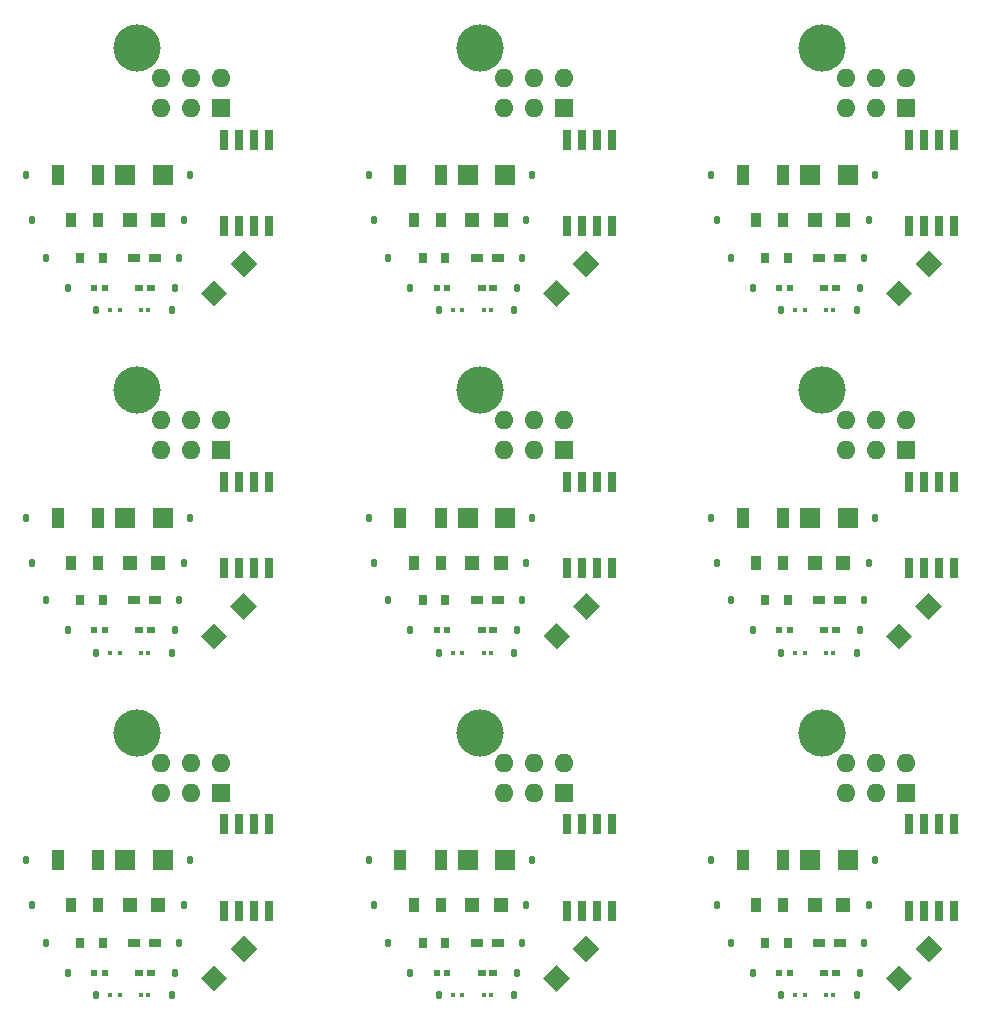
<source format=gts>
%MOIN*%
%OFA0B0*%
%FSLAX46Y46*%
%IPPOS*%
%LPD*%
%ADD10C,0.0039370078740157488*%
%ADD11C,0.15748031496062992*%
%ADD12R,0.015748031496062995X0.015748031496062995*%
%ADD13R,0.027559055118110236X0.023622047244094488*%
%ADD14O,0.062992125984251982X0.062992125984251982*%
%ADD15R,0.062992125984251982X0.062992125984251982*%
%ADD16R,0.066929133858267723X0.0709*%
%ADD17R,0.051181102362204731X0.0472*%
%ADD18R,0.03937007874015748X0.031400000000000004*%
%ADD19R,0.025590551181102365X0.066929133858267723*%
%ADD20O,0.02X0.030000000000000002*%
%ADD21R,0.043307086614173235X0.066929133858267723*%
%ADD22R,0.035433070866141732X0.051181102362204731*%
%ADD23R,0.027559055118110236X0.035433070866141732*%
%ADD24R,0.023622047244094488X0.023622047244094488*%
%ADD25R,0.017716535433070866X0.016929133858267716*%
%ADD36C,0.0039370078740157488*%
%ADD37C,0.15748031496062992*%
%ADD38R,0.015748031496062995X0.015748031496062995*%
%ADD39R,0.027559055118110236X0.023622047244094488*%
%ADD40O,0.062992125984251982X0.062992125984251982*%
%ADD41R,0.062992125984251982X0.062992125984251982*%
%ADD42R,0.066929133858267723X0.0709*%
%ADD43R,0.051181102362204731X0.0472*%
%ADD44R,0.03937007874015748X0.031400000000000004*%
%ADD45R,0.025590551181102365X0.066929133858267723*%
%ADD46O,0.02X0.030000000000000002*%
%ADD47R,0.043307086614173235X0.066929133858267723*%
%ADD48R,0.035433070866141732X0.051181102362204731*%
%ADD49R,0.027559055118110236X0.035433070866141732*%
%ADD50R,0.023622047244094488X0.023622047244094488*%
%ADD51R,0.017716535433070866X0.016929133858267716*%
%ADD52C,0.0039370078740157488*%
%ADD53C,0.15748031496062992*%
%ADD54R,0.015748031496062995X0.015748031496062995*%
%ADD55R,0.027559055118110236X0.023622047244094488*%
%ADD56O,0.062992125984251982X0.062992125984251982*%
%ADD57R,0.062992125984251982X0.062992125984251982*%
%ADD58R,0.066929133858267723X0.0709*%
%ADD59R,0.051181102362204731X0.0472*%
%ADD60R,0.03937007874015748X0.031400000000000004*%
%ADD61R,0.025590551181102365X0.066929133858267723*%
%ADD62O,0.02X0.030000000000000002*%
%ADD63R,0.043307086614173235X0.066929133858267723*%
%ADD64R,0.035433070866141732X0.051181102362204731*%
%ADD65R,0.027559055118110236X0.035433070866141732*%
%ADD66R,0.023622047244094488X0.023622047244094488*%
%ADD67R,0.017716535433070866X0.016929133858267716*%
%ADD68C,0.0039370078740157488*%
%ADD69C,0.15748031496062992*%
%ADD70R,0.015748031496062995X0.015748031496062995*%
%ADD71R,0.027559055118110236X0.023622047244094488*%
%ADD72O,0.062992125984251982X0.062992125984251982*%
%ADD73R,0.062992125984251982X0.062992125984251982*%
%ADD74R,0.066929133858267723X0.0709*%
%ADD75R,0.051181102362204731X0.0472*%
%ADD76R,0.03937007874015748X0.031400000000000004*%
%ADD77R,0.025590551181102365X0.066929133858267723*%
%ADD78O,0.02X0.030000000000000002*%
%ADD79R,0.043307086614173235X0.066929133858267723*%
%ADD80R,0.035433070866141732X0.051181102362204731*%
%ADD81R,0.027559055118110236X0.035433070866141732*%
%ADD82R,0.023622047244094488X0.023622047244094488*%
%ADD83R,0.017716535433070866X0.016929133858267716*%
%ADD84C,0.0039370078740157488*%
%ADD85C,0.15748031496062992*%
%ADD86R,0.015748031496062995X0.015748031496062995*%
%ADD87R,0.027559055118110236X0.023622047244094488*%
%ADD88O,0.062992125984251982X0.062992125984251982*%
%ADD89R,0.062992125984251982X0.062992125984251982*%
%ADD90R,0.066929133858267723X0.0709*%
%ADD91R,0.051181102362204731X0.0472*%
%ADD92R,0.03937007874015748X0.031400000000000004*%
%ADD93R,0.025590551181102365X0.066929133858267723*%
%ADD94O,0.02X0.030000000000000002*%
%ADD95R,0.043307086614173235X0.066929133858267723*%
%ADD96R,0.035433070866141732X0.051181102362204731*%
%ADD97R,0.027559055118110236X0.035433070866141732*%
%ADD98R,0.023622047244094488X0.023622047244094488*%
%ADD99R,0.017716535433070866X0.016929133858267716*%
%ADD100C,0.0039370078740157488*%
%ADD101C,0.15748031496062992*%
%ADD102R,0.015748031496062995X0.015748031496062995*%
%ADD103R,0.027559055118110236X0.023622047244094488*%
%ADD104O,0.062992125984251982X0.062992125984251982*%
%ADD105R,0.062992125984251982X0.062992125984251982*%
%ADD106R,0.066929133858267723X0.0709*%
%ADD107R,0.051181102362204731X0.0472*%
%ADD108R,0.03937007874015748X0.031400000000000004*%
%ADD109R,0.025590551181102365X0.066929133858267723*%
%ADD110O,0.02X0.030000000000000002*%
%ADD111R,0.043307086614173235X0.066929133858267723*%
%ADD112R,0.035433070866141732X0.051181102362204731*%
%ADD113R,0.027559055118110236X0.035433070866141732*%
%ADD114R,0.023622047244094488X0.023622047244094488*%
%ADD115R,0.017716535433070866X0.016929133858267716*%
%ADD116C,0.0039370078740157488*%
%ADD117C,0.15748031496062992*%
%ADD118R,0.015748031496062995X0.015748031496062995*%
%ADD119R,0.027559055118110236X0.023622047244094488*%
%ADD120O,0.062992125984251982X0.062992125984251982*%
%ADD121R,0.062992125984251982X0.062992125984251982*%
%ADD122R,0.066929133858267723X0.0709*%
%ADD123R,0.051181102362204731X0.0472*%
%ADD124R,0.03937007874015748X0.031400000000000004*%
%ADD125R,0.025590551181102365X0.066929133858267723*%
%ADD126O,0.02X0.030000000000000002*%
%ADD127R,0.043307086614173235X0.066929133858267723*%
%ADD128R,0.035433070866141732X0.051181102362204731*%
%ADD129R,0.027559055118110236X0.035433070866141732*%
%ADD130R,0.023622047244094488X0.023622047244094488*%
%ADD131R,0.017716535433070866X0.016929133858267716*%
%ADD132C,0.0039370078740157488*%
%ADD133C,0.15748031496062992*%
%ADD134R,0.015748031496062995X0.015748031496062995*%
%ADD135R,0.027559055118110236X0.023622047244094488*%
%ADD136O,0.062992125984251982X0.062992125984251982*%
%ADD137R,0.062992125984251982X0.062992125984251982*%
%ADD138R,0.066929133858267723X0.0709*%
%ADD139R,0.051181102362204731X0.0472*%
%ADD140R,0.03937007874015748X0.031400000000000004*%
%ADD141R,0.025590551181102365X0.066929133858267723*%
%ADD142O,0.02X0.030000000000000002*%
%ADD143R,0.043307086614173235X0.066929133858267723*%
%ADD144R,0.035433070866141732X0.051181102362204731*%
%ADD145R,0.027559055118110236X0.035433070866141732*%
%ADD146R,0.023622047244094488X0.023622047244094488*%
%ADD147R,0.017716535433070866X0.016929133858267716*%
%ADD148C,0.0039370078740157488*%
%ADD149C,0.15748031496062992*%
%ADD150R,0.015748031496062995X0.015748031496062995*%
%ADD151R,0.027559055118110236X0.023622047244094488*%
%ADD152O,0.062992125984251982X0.062992125984251982*%
%ADD153R,0.062992125984251982X0.062992125984251982*%
%ADD154R,0.066929133858267723X0.0709*%
%ADD155R,0.051181102362204731X0.0472*%
%ADD156R,0.03937007874015748X0.031400000000000004*%
%ADD157R,0.025590551181102365X0.066929133858267723*%
%ADD158O,0.02X0.030000000000000002*%
%ADD159R,0.043307086614173235X0.066929133858267723*%
%ADD160R,0.035433070866141732X0.051181102362204731*%
%ADD161R,0.027559055118110236X0.035433070866141732*%
%ADD162R,0.023622047244094488X0.023622047244094488*%
%ADD163R,0.017716535433070866X0.016929133858267716*%
G01G01*
D10*
D11*
X-0007643492Y0004156443D02*
X0000531507Y0000956443D03*
D12*
X0000544696Y0000081443D03*
X0000568318Y0000081443D03*
D13*
X0000536822Y0000156443D03*
X0000576192Y0000156443D03*
D10*
G36*
X0000886004Y0000280482D02*
X0000930546Y0000235940D01*
X0000886004Y0000191398D01*
X0000841462Y0000235940D01*
X0000886004Y0000280482D01*
X0000886004Y0000280482D01*
G37*
G36*
X0000787009Y0000181487D02*
X0000831551Y0000136945D01*
X0000787009Y0000092403D01*
X0000742467Y0000136945D01*
X0000787009Y0000181487D01*
X0000787009Y0000181487D01*
G37*
D14*
X0000811507Y0000856443D03*
D15*
X0000811507Y0000756443D03*
D14*
X0000711507Y0000856443D03*
X0000711507Y0000756443D03*
X0000611507Y0000856443D03*
X0000611507Y0000756443D03*
D16*
X0000616507Y0000531443D03*
X0000491507Y0000531443D03*
D17*
X0000601507Y0000381443D03*
X0000506507Y0000381443D03*
D18*
X0000591507Y0000256443D03*
X0000521507Y0000256443D03*
D19*
X0000821507Y0000362742D03*
X0000871507Y0000362742D03*
X0000921507Y0000362742D03*
X0000971507Y0000362742D03*
X0000971507Y0000650143D03*
X0000921507Y0000650143D03*
X0000871507Y0000650143D03*
X0000821507Y0000650143D03*
D20*
X0000706507Y0000531443D03*
X0000686507Y0000381443D03*
X0000671507Y0000256443D03*
X0000656507Y0000156443D03*
X0000646507Y0000081443D03*
X0000161507Y0000531443D03*
X0000179007Y0000381443D03*
X0000226507Y0000256443D03*
X0000299007Y0000156443D03*
X0000394007Y0000081443D03*
D21*
X0000401507Y0000531443D03*
X0000266507Y0000531443D03*
D22*
X0000401507Y0000381443D03*
X0000311507Y0000381443D03*
D23*
X0000416507Y0000256443D03*
X0000341507Y0000256443D03*
D24*
X0000422255Y0000156443D03*
X0000386822Y0000156443D03*
D25*
X0000472255Y0000081443D03*
X0000440759Y0000081443D03*
G04 next file*
G04 #@! TF.FileFunction,Soldermask,Top*
G04 Gerber Fmt 4.6, Leading zero omitted, Abs format (unit mm)*
G04 Created by KiCad (PCBNEW 4.0.7) date 06/29/18 14:26:30*
G01G01*
G04 APERTURE LIST*
G04 APERTURE END LIST*
D36*
D37*
X-0006501738Y0004156443D02*
X0001673261Y0000956443D03*
D38*
X0001686450Y0000081443D03*
X0001710072Y0000081443D03*
D39*
X0001678576Y0000156443D03*
X0001717946Y0000156443D03*
D36*
G36*
X0002027759Y0000280482D02*
X0002072301Y0000235940D01*
X0002027759Y0000191398D01*
X0001983217Y0000235940D01*
X0002027759Y0000280482D01*
X0002027759Y0000280482D01*
G37*
G36*
X0001928764Y0000181487D02*
X0001973306Y0000136945D01*
X0001928764Y0000092403D01*
X0001884222Y0000136945D01*
X0001928764Y0000181487D01*
X0001928764Y0000181487D01*
G37*
D40*
X0001953261Y0000856443D03*
D41*
X0001953261Y0000756443D03*
D40*
X0001853261Y0000856443D03*
X0001853261Y0000756443D03*
X0001753261Y0000856443D03*
X0001753261Y0000756443D03*
D42*
X0001758261Y0000531443D03*
X0001633261Y0000531443D03*
D43*
X0001743261Y0000381443D03*
X0001648261Y0000381443D03*
D44*
X0001733261Y0000256443D03*
X0001663261Y0000256443D03*
D45*
X0001963261Y0000362742D03*
X0002013261Y0000362742D03*
X0002063261Y0000362742D03*
X0002113261Y0000362742D03*
X0002113261Y0000650143D03*
X0002063261Y0000650143D03*
X0002013261Y0000650143D03*
X0001963261Y0000650143D03*
D46*
X0001848261Y0000531443D03*
X0001828261Y0000381443D03*
X0001813261Y0000256443D03*
X0001798261Y0000156443D03*
X0001788261Y0000081443D03*
X0001303261Y0000531443D03*
X0001320761Y0000381443D03*
X0001368261Y0000256443D03*
X0001440761Y0000156443D03*
X0001535761Y0000081443D03*
D47*
X0001543261Y0000531443D03*
X0001408261Y0000531443D03*
D48*
X0001543261Y0000381443D03*
X0001453261Y0000381443D03*
D49*
X0001558261Y0000256443D03*
X0001483261Y0000256443D03*
D50*
X0001564009Y0000156443D03*
X0001528576Y0000156443D03*
D51*
X0001614009Y0000081443D03*
X0001582513Y0000081443D03*
G04 next file*
G04 #@! TF.FileFunction,Soldermask,Top*
G04 Gerber Fmt 4.6, Leading zero omitted, Abs format (unit mm)*
G04 Created by KiCad (PCBNEW 4.0.7) date 06/29/18 14:26:30*
G01G01*
G04 APERTURE LIST*
G04 APERTURE END LIST*
D52*
D53*
X-0005359983Y0004156443D02*
X0002815016Y0000956443D03*
D54*
X0002828205Y0000081443D03*
X0002851827Y0000081443D03*
D55*
X0002820331Y0000156443D03*
X0002859701Y0000156443D03*
D52*
G36*
X0003169514Y0000280482D02*
X0003214056Y0000235940D01*
X0003169514Y0000191398D01*
X0003124972Y0000235940D01*
X0003169514Y0000280482D01*
X0003169514Y0000280482D01*
G37*
G36*
X0003070519Y0000181487D02*
X0003115061Y0000136945D01*
X0003070519Y0000092403D01*
X0003025977Y0000136945D01*
X0003070519Y0000181487D01*
X0003070519Y0000181487D01*
G37*
D56*
X0003095016Y0000856443D03*
D57*
X0003095016Y0000756443D03*
D56*
X0002995016Y0000856443D03*
X0002995016Y0000756443D03*
X0002895016Y0000856443D03*
X0002895016Y0000756443D03*
D58*
X0002900016Y0000531443D03*
X0002775016Y0000531443D03*
D59*
X0002885016Y0000381443D03*
X0002790016Y0000381443D03*
D60*
X0002875016Y0000256443D03*
X0002805016Y0000256443D03*
D61*
X0003105016Y0000362742D03*
X0003155016Y0000362742D03*
X0003205016Y0000362742D03*
X0003255016Y0000362742D03*
X0003255016Y0000650143D03*
X0003205016Y0000650143D03*
X0003155016Y0000650143D03*
X0003105016Y0000650143D03*
D62*
X0002990016Y0000531443D03*
X0002970016Y0000381443D03*
X0002955016Y0000256443D03*
X0002940016Y0000156443D03*
X0002930016Y0000081443D03*
X0002445016Y0000531443D03*
X0002462516Y0000381443D03*
X0002510016Y0000256443D03*
X0002582516Y0000156443D03*
X0002677516Y0000081443D03*
D63*
X0002685016Y0000531443D03*
X0002550016Y0000531443D03*
D64*
X0002685016Y0000381443D03*
X0002595016Y0000381443D03*
D65*
X0002700016Y0000256443D03*
X0002625016Y0000256443D03*
D66*
X0002705764Y0000156443D03*
X0002670331Y0000156443D03*
D67*
X0002755764Y0000081443D03*
X0002724268Y0000081443D03*
G04 next file*
G04 #@! TF.FileFunction,Soldermask,Top*
G04 Gerber Fmt 4.6, Leading zero omitted, Abs format (unit mm)*
G04 Created by KiCad (PCBNEW 4.0.7) date 06/29/18 14:26:30*
G01G01*
G04 APERTURE LIST*
G04 APERTURE END LIST*
D68*
D69*
X-0007643492Y0005298069D02*
X0000531507Y0002098069D03*
D70*
X0000544696Y0001223069D03*
X0000568318Y0001223069D03*
D71*
X0000536822Y0001298069D03*
X0000576192Y0001298069D03*
D68*
G36*
X0000886004Y0001422108D02*
X0000930546Y0001377566D01*
X0000886004Y0001333024D01*
X0000841462Y0001377566D01*
X0000886004Y0001422108D01*
X0000886004Y0001422108D01*
G37*
G36*
X0000787009Y0001323113D02*
X0000831551Y0001278571D01*
X0000787009Y0001234029D01*
X0000742467Y0001278571D01*
X0000787009Y0001323113D01*
X0000787009Y0001323113D01*
G37*
D72*
X0000811507Y0001998069D03*
D73*
X0000811507Y0001898069D03*
D72*
X0000711507Y0001998069D03*
X0000711507Y0001898069D03*
X0000611507Y0001998069D03*
X0000611507Y0001898069D03*
D74*
X0000616507Y0001673069D03*
X0000491507Y0001673069D03*
D75*
X0000601507Y0001523069D03*
X0000506507Y0001523069D03*
D76*
X0000591507Y0001398069D03*
X0000521507Y0001398069D03*
D77*
X0000821507Y0001504368D03*
X0000871507Y0001504368D03*
X0000921507Y0001504368D03*
X0000971507Y0001504368D03*
X0000971507Y0001791769D03*
X0000921507Y0001791769D03*
X0000871507Y0001791769D03*
X0000821507Y0001791769D03*
D78*
X0000706507Y0001673069D03*
X0000686507Y0001523069D03*
X0000671507Y0001398069D03*
X0000656507Y0001298069D03*
X0000646507Y0001223069D03*
X0000161507Y0001673069D03*
X0000179007Y0001523069D03*
X0000226507Y0001398069D03*
X0000299007Y0001298069D03*
X0000394007Y0001223069D03*
D79*
X0000401507Y0001673069D03*
X0000266507Y0001673069D03*
D80*
X0000401507Y0001523069D03*
X0000311507Y0001523069D03*
D81*
X0000416507Y0001398069D03*
X0000341507Y0001398069D03*
D82*
X0000422255Y0001298069D03*
X0000386822Y0001298069D03*
D83*
X0000472255Y0001223069D03*
X0000440759Y0001223069D03*
G04 next file*
G04 #@! TF.FileFunction,Soldermask,Top*
G04 Gerber Fmt 4.6, Leading zero omitted, Abs format (unit mm)*
G04 Created by KiCad (PCBNEW 4.0.7) date 06/29/18 14:26:30*
G01G01*
G04 APERTURE LIST*
G04 APERTURE END LIST*
D84*
D85*
X-0007643492Y0006439695D02*
X0000531507Y0003239695D03*
D86*
X0000544696Y0002364695D03*
X0000568318Y0002364695D03*
D87*
X0000536822Y0002439695D03*
X0000576192Y0002439695D03*
D84*
G36*
X0000886004Y0002563735D02*
X0000930546Y0002519193D01*
X0000886004Y0002474650D01*
X0000841462Y0002519193D01*
X0000886004Y0002563735D01*
X0000886004Y0002563735D01*
G37*
G36*
X0000787009Y0002464740D02*
X0000831551Y0002420198D01*
X0000787009Y0002375655D01*
X0000742467Y0002420198D01*
X0000787009Y0002464740D01*
X0000787009Y0002464740D01*
G37*
D88*
X0000811507Y0003139695D03*
D89*
X0000811507Y0003039695D03*
D88*
X0000711507Y0003139695D03*
X0000711507Y0003039695D03*
X0000611507Y0003139695D03*
X0000611507Y0003039695D03*
D90*
X0000616507Y0002814695D03*
X0000491507Y0002814695D03*
D91*
X0000601507Y0002664695D03*
X0000506507Y0002664695D03*
D92*
X0000591507Y0002539695D03*
X0000521507Y0002539695D03*
D93*
X0000821507Y0002645994D03*
X0000871507Y0002645994D03*
X0000921507Y0002645994D03*
X0000971507Y0002645994D03*
X0000971507Y0002933396D03*
X0000921507Y0002933396D03*
X0000871507Y0002933396D03*
X0000821507Y0002933396D03*
D94*
X0000706507Y0002814695D03*
X0000686507Y0002664695D03*
X0000671507Y0002539695D03*
X0000656507Y0002439695D03*
X0000646507Y0002364695D03*
X0000161507Y0002814695D03*
X0000179007Y0002664695D03*
X0000226507Y0002539695D03*
X0000299007Y0002439695D03*
X0000394007Y0002364695D03*
D95*
X0000401507Y0002814695D03*
X0000266507Y0002814695D03*
D96*
X0000401507Y0002664695D03*
X0000311507Y0002664695D03*
D97*
X0000416507Y0002539695D03*
X0000341507Y0002539695D03*
D98*
X0000422255Y0002439695D03*
X0000386822Y0002439695D03*
D99*
X0000472255Y0002364695D03*
X0000440759Y0002364695D03*
G04 next file*
G04 #@! TF.FileFunction,Soldermask,Top*
G04 Gerber Fmt 4.6, Leading zero omitted, Abs format (unit mm)*
G04 Created by KiCad (PCBNEW 4.0.7) date 06/29/18 14:26:30*
G01G01*
G04 APERTURE LIST*
G04 APERTURE END LIST*
D100*
D101*
X-0006501738Y0005298069D02*
X0001673261Y0002098069D03*
D102*
X0001686450Y0001223069D03*
X0001710072Y0001223069D03*
D103*
X0001678576Y0001298069D03*
X0001717946Y0001298069D03*
D100*
G36*
X0002027759Y0001422108D02*
X0002072301Y0001377566D01*
X0002027759Y0001333024D01*
X0001983217Y0001377566D01*
X0002027759Y0001422108D01*
X0002027759Y0001422108D01*
G37*
G36*
X0001928764Y0001323113D02*
X0001973306Y0001278571D01*
X0001928764Y0001234029D01*
X0001884222Y0001278571D01*
X0001928764Y0001323113D01*
X0001928764Y0001323113D01*
G37*
D104*
X0001953261Y0001998069D03*
D105*
X0001953261Y0001898069D03*
D104*
X0001853261Y0001998069D03*
X0001853261Y0001898069D03*
X0001753261Y0001998069D03*
X0001753261Y0001898069D03*
D106*
X0001758261Y0001673069D03*
X0001633261Y0001673069D03*
D107*
X0001743261Y0001523069D03*
X0001648261Y0001523069D03*
D108*
X0001733261Y0001398069D03*
X0001663261Y0001398069D03*
D109*
X0001963261Y0001504368D03*
X0002013261Y0001504368D03*
X0002063261Y0001504368D03*
X0002113261Y0001504368D03*
X0002113261Y0001791769D03*
X0002063261Y0001791769D03*
X0002013261Y0001791769D03*
X0001963261Y0001791769D03*
D110*
X0001848261Y0001673069D03*
X0001828261Y0001523069D03*
X0001813261Y0001398069D03*
X0001798261Y0001298069D03*
X0001788261Y0001223069D03*
X0001303261Y0001673069D03*
X0001320761Y0001523069D03*
X0001368261Y0001398069D03*
X0001440761Y0001298069D03*
X0001535761Y0001223069D03*
D111*
X0001543261Y0001673069D03*
X0001408261Y0001673069D03*
D112*
X0001543261Y0001523069D03*
X0001453261Y0001523069D03*
D113*
X0001558261Y0001398069D03*
X0001483261Y0001398069D03*
D114*
X0001564009Y0001298069D03*
X0001528576Y0001298069D03*
D115*
X0001614009Y0001223069D03*
X0001582513Y0001223069D03*
G04 next file*
G04 #@! TF.FileFunction,Soldermask,Top*
G04 Gerber Fmt 4.6, Leading zero omitted, Abs format (unit mm)*
G04 Created by KiCad (PCBNEW 4.0.7) date 06/29/18 14:26:30*
G01G01*
G04 APERTURE LIST*
G04 APERTURE END LIST*
D116*
D117*
X-0005359983Y0005298069D02*
X0002815016Y0002098069D03*
D118*
X0002828205Y0001223069D03*
X0002851827Y0001223069D03*
D119*
X0002820331Y0001298069D03*
X0002859701Y0001298069D03*
D116*
G36*
X0003169514Y0001422108D02*
X0003214056Y0001377566D01*
X0003169514Y0001333024D01*
X0003124972Y0001377566D01*
X0003169514Y0001422108D01*
X0003169514Y0001422108D01*
G37*
G36*
X0003070519Y0001323113D02*
X0003115061Y0001278571D01*
X0003070519Y0001234029D01*
X0003025977Y0001278571D01*
X0003070519Y0001323113D01*
X0003070519Y0001323113D01*
G37*
D120*
X0003095016Y0001998069D03*
D121*
X0003095016Y0001898069D03*
D120*
X0002995016Y0001998069D03*
X0002995016Y0001898069D03*
X0002895016Y0001998069D03*
X0002895016Y0001898069D03*
D122*
X0002900016Y0001673069D03*
X0002775016Y0001673069D03*
D123*
X0002885016Y0001523069D03*
X0002790016Y0001523069D03*
D124*
X0002875016Y0001398069D03*
X0002805016Y0001398069D03*
D125*
X0003105016Y0001504368D03*
X0003155016Y0001504368D03*
X0003205016Y0001504368D03*
X0003255016Y0001504368D03*
X0003255016Y0001791769D03*
X0003205016Y0001791769D03*
X0003155016Y0001791769D03*
X0003105016Y0001791769D03*
D126*
X0002990016Y0001673069D03*
X0002970016Y0001523069D03*
X0002955016Y0001398069D03*
X0002940016Y0001298069D03*
X0002930016Y0001223069D03*
X0002445016Y0001673069D03*
X0002462516Y0001523069D03*
X0002510016Y0001398069D03*
X0002582516Y0001298069D03*
X0002677516Y0001223069D03*
D127*
X0002685016Y0001673069D03*
X0002550016Y0001673069D03*
D128*
X0002685016Y0001523069D03*
X0002595016Y0001523069D03*
D129*
X0002700016Y0001398069D03*
X0002625016Y0001398069D03*
D130*
X0002705764Y0001298069D03*
X0002670331Y0001298069D03*
D131*
X0002755764Y0001223069D03*
X0002724268Y0001223069D03*
G04 next file*
G04 #@! TF.FileFunction,Soldermask,Top*
G04 Gerber Fmt 4.6, Leading zero omitted, Abs format (unit mm)*
G04 Created by KiCad (PCBNEW 4.0.7) date 06/29/18 14:26:30*
G01G01*
G04 APERTURE LIST*
G04 APERTURE END LIST*
D132*
D133*
X-0006501738Y0006439695D02*
X0001673261Y0003239695D03*
D134*
X0001686450Y0002364695D03*
X0001710072Y0002364695D03*
D135*
X0001678576Y0002439695D03*
X0001717946Y0002439695D03*
D132*
G36*
X0002027759Y0002563735D02*
X0002072301Y0002519193D01*
X0002027759Y0002474650D01*
X0001983217Y0002519193D01*
X0002027759Y0002563735D01*
X0002027759Y0002563735D01*
G37*
G36*
X0001928764Y0002464740D02*
X0001973306Y0002420198D01*
X0001928764Y0002375655D01*
X0001884222Y0002420198D01*
X0001928764Y0002464740D01*
X0001928764Y0002464740D01*
G37*
D136*
X0001953261Y0003139695D03*
D137*
X0001953261Y0003039695D03*
D136*
X0001853261Y0003139695D03*
X0001853261Y0003039695D03*
X0001753261Y0003139695D03*
X0001753261Y0003039695D03*
D138*
X0001758261Y0002814695D03*
X0001633261Y0002814695D03*
D139*
X0001743261Y0002664695D03*
X0001648261Y0002664695D03*
D140*
X0001733261Y0002539695D03*
X0001663261Y0002539695D03*
D141*
X0001963261Y0002645994D03*
X0002013261Y0002645994D03*
X0002063261Y0002645994D03*
X0002113261Y0002645994D03*
X0002113261Y0002933396D03*
X0002063261Y0002933396D03*
X0002013261Y0002933396D03*
X0001963261Y0002933396D03*
D142*
X0001848261Y0002814695D03*
X0001828261Y0002664695D03*
X0001813261Y0002539695D03*
X0001798261Y0002439695D03*
X0001788261Y0002364695D03*
X0001303261Y0002814695D03*
X0001320761Y0002664695D03*
X0001368261Y0002539695D03*
X0001440761Y0002439695D03*
X0001535761Y0002364695D03*
D143*
X0001543261Y0002814695D03*
X0001408261Y0002814695D03*
D144*
X0001543261Y0002664695D03*
X0001453261Y0002664695D03*
D145*
X0001558261Y0002539695D03*
X0001483261Y0002539695D03*
D146*
X0001564009Y0002439695D03*
X0001528576Y0002439695D03*
D147*
X0001614009Y0002364695D03*
X0001582513Y0002364695D03*
G04 next file*
G04 #@! TF.FileFunction,Soldermask,Top*
G04 Gerber Fmt 4.6, Leading zero omitted, Abs format (unit mm)*
G04 Created by KiCad (PCBNEW 4.0.7) date 06/29/18 14:26:30*
G01G01*
G04 APERTURE LIST*
G04 APERTURE END LIST*
D148*
D149*
X-0005359983Y0006439695D02*
X0002815016Y0003239695D03*
D150*
X0002828205Y0002364695D03*
X0002851827Y0002364695D03*
D151*
X0002820331Y0002439695D03*
X0002859701Y0002439695D03*
D148*
G36*
X0003169514Y0002563735D02*
X0003214056Y0002519193D01*
X0003169514Y0002474650D01*
X0003124972Y0002519193D01*
X0003169514Y0002563735D01*
X0003169514Y0002563735D01*
G37*
G36*
X0003070519Y0002464740D02*
X0003115061Y0002420198D01*
X0003070519Y0002375655D01*
X0003025977Y0002420198D01*
X0003070519Y0002464740D01*
X0003070519Y0002464740D01*
G37*
D152*
X0003095016Y0003139695D03*
D153*
X0003095016Y0003039695D03*
D152*
X0002995016Y0003139695D03*
X0002995016Y0003039695D03*
X0002895016Y0003139695D03*
X0002895016Y0003039695D03*
D154*
X0002900016Y0002814695D03*
X0002775016Y0002814695D03*
D155*
X0002885016Y0002664695D03*
X0002790016Y0002664695D03*
D156*
X0002875016Y0002539695D03*
X0002805016Y0002539695D03*
D157*
X0003105016Y0002645994D03*
X0003155016Y0002645994D03*
X0003205016Y0002645994D03*
X0003255016Y0002645994D03*
X0003255016Y0002933396D03*
X0003205016Y0002933396D03*
X0003155016Y0002933396D03*
X0003105016Y0002933396D03*
D158*
X0002990016Y0002814695D03*
X0002970016Y0002664695D03*
X0002955016Y0002539695D03*
X0002940016Y0002439695D03*
X0002930016Y0002364695D03*
X0002445016Y0002814695D03*
X0002462516Y0002664695D03*
X0002510016Y0002539695D03*
X0002582516Y0002439695D03*
X0002677516Y0002364695D03*
D159*
X0002685016Y0002814695D03*
X0002550016Y0002814695D03*
D160*
X0002685016Y0002664695D03*
X0002595016Y0002664695D03*
D161*
X0002700016Y0002539695D03*
X0002625016Y0002539695D03*
D162*
X0002705764Y0002439695D03*
X0002670331Y0002439695D03*
D163*
X0002755764Y0002364695D03*
X0002724268Y0002364695D03*
M02*
</source>
